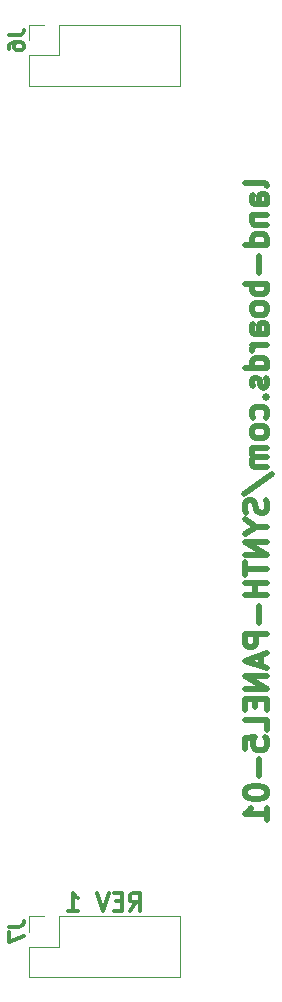
<source format=gbr>
%TF.GenerationSoftware,KiCad,Pcbnew,(6.0.1)*%
%TF.CreationDate,2022-09-28T06:53:29-04:00*%
%TF.ProjectId,SYNTH-PANEL5-01,53594e54-482d-4504-914e-454c352d3031,1*%
%TF.SameCoordinates,Original*%
%TF.FileFunction,Legend,Bot*%
%TF.FilePolarity,Positive*%
%FSLAX46Y46*%
G04 Gerber Fmt 4.6, Leading zero omitted, Abs format (unit mm)*
G04 Created by KiCad (PCBNEW (6.0.1)) date 2022-09-28 06:53:29*
%MOMM*%
%LPD*%
G01*
G04 APERTURE LIST*
%ADD10C,0.300000*%
%ADD11C,0.476250*%
%ADD12C,0.317500*%
%ADD13C,0.120000*%
G04 APERTURE END LIST*
D10*
X17222857Y-76678571D02*
X17722857Y-75964285D01*
X18080000Y-76678571D02*
X18080000Y-75178571D01*
X17508571Y-75178571D01*
X17365714Y-75250000D01*
X17294285Y-75321428D01*
X17222857Y-75464285D01*
X17222857Y-75678571D01*
X17294285Y-75821428D01*
X17365714Y-75892857D01*
X17508571Y-75964285D01*
X18080000Y-75964285D01*
X16580000Y-75892857D02*
X16080000Y-75892857D01*
X15865714Y-76678571D02*
X16580000Y-76678571D01*
X16580000Y-75178571D01*
X15865714Y-75178571D01*
X15437142Y-75178571D02*
X14937142Y-76678571D01*
X14437142Y-75178571D01*
X12008571Y-76678571D02*
X12865714Y-76678571D01*
X12437142Y-76678571D02*
X12437142Y-75178571D01*
X12580000Y-75392857D01*
X12722857Y-75535714D01*
X12865714Y-75607142D01*
D11*
X28861785Y-15329999D02*
X28771071Y-15148571D01*
X28589642Y-15057857D01*
X26956785Y-15057857D01*
X28861785Y-16872142D02*
X27863928Y-16872142D01*
X27682500Y-16781428D01*
X27591785Y-16599999D01*
X27591785Y-16237142D01*
X27682500Y-16055714D01*
X28771071Y-16872142D02*
X28861785Y-16690714D01*
X28861785Y-16237142D01*
X28771071Y-16055714D01*
X28589642Y-15964999D01*
X28408214Y-15964999D01*
X28226785Y-16055714D01*
X28136071Y-16237142D01*
X28136071Y-16690714D01*
X28045357Y-16872142D01*
X27591785Y-17779285D02*
X28861785Y-17779285D01*
X27773214Y-17779285D02*
X27682500Y-17869999D01*
X27591785Y-18051428D01*
X27591785Y-18323571D01*
X27682500Y-18504999D01*
X27863928Y-18595714D01*
X28861785Y-18595714D01*
X28861785Y-20319285D02*
X26956785Y-20319285D01*
X28771071Y-20319285D02*
X28861785Y-20137857D01*
X28861785Y-19774999D01*
X28771071Y-19593571D01*
X28680357Y-19502857D01*
X28498928Y-19412142D01*
X27954642Y-19412142D01*
X27773214Y-19502857D01*
X27682500Y-19593571D01*
X27591785Y-19774999D01*
X27591785Y-20137857D01*
X27682500Y-20319285D01*
X28136071Y-21226428D02*
X28136071Y-22677857D01*
X28861785Y-23584999D02*
X26956785Y-23584999D01*
X27682500Y-23584999D02*
X27591785Y-23766428D01*
X27591785Y-24129285D01*
X27682500Y-24310714D01*
X27773214Y-24401428D01*
X27954642Y-24492142D01*
X28498928Y-24492142D01*
X28680357Y-24401428D01*
X28771071Y-24310714D01*
X28861785Y-24129285D01*
X28861785Y-23766428D01*
X28771071Y-23584999D01*
X28861785Y-25580714D02*
X28771071Y-25399285D01*
X28680357Y-25308571D01*
X28498928Y-25217857D01*
X27954642Y-25217857D01*
X27773214Y-25308571D01*
X27682500Y-25399285D01*
X27591785Y-25580714D01*
X27591785Y-25852857D01*
X27682500Y-26034285D01*
X27773214Y-26124999D01*
X27954642Y-26215714D01*
X28498928Y-26215714D01*
X28680357Y-26124999D01*
X28771071Y-26034285D01*
X28861785Y-25852857D01*
X28861785Y-25580714D01*
X28861785Y-27848571D02*
X27863928Y-27848571D01*
X27682500Y-27757857D01*
X27591785Y-27576428D01*
X27591785Y-27213571D01*
X27682500Y-27032142D01*
X28771071Y-27848571D02*
X28861785Y-27667142D01*
X28861785Y-27213571D01*
X28771071Y-27032142D01*
X28589642Y-26941428D01*
X28408214Y-26941428D01*
X28226785Y-27032142D01*
X28136071Y-27213571D01*
X28136071Y-27667142D01*
X28045357Y-27848571D01*
X28861785Y-28755714D02*
X27591785Y-28755714D01*
X27954642Y-28755714D02*
X27773214Y-28846428D01*
X27682500Y-28937142D01*
X27591785Y-29118571D01*
X27591785Y-29299999D01*
X28861785Y-30751428D02*
X26956785Y-30751428D01*
X28771071Y-30751428D02*
X28861785Y-30569999D01*
X28861785Y-30207142D01*
X28771071Y-30025714D01*
X28680357Y-29934999D01*
X28498928Y-29844285D01*
X27954642Y-29844285D01*
X27773214Y-29934999D01*
X27682500Y-30025714D01*
X27591785Y-30207142D01*
X27591785Y-30569999D01*
X27682500Y-30751428D01*
X28771071Y-31567857D02*
X28861785Y-31749285D01*
X28861785Y-32112142D01*
X28771071Y-32293571D01*
X28589642Y-32384285D01*
X28498928Y-32384285D01*
X28317500Y-32293571D01*
X28226785Y-32112142D01*
X28226785Y-31839999D01*
X28136071Y-31658571D01*
X27954642Y-31567857D01*
X27863928Y-31567857D01*
X27682500Y-31658571D01*
X27591785Y-31839999D01*
X27591785Y-32112142D01*
X27682500Y-32293571D01*
X28680357Y-33200714D02*
X28771071Y-33291428D01*
X28861785Y-33200714D01*
X28771071Y-33109999D01*
X28680357Y-33200714D01*
X28861785Y-33200714D01*
X28771071Y-34924285D02*
X28861785Y-34742857D01*
X28861785Y-34379999D01*
X28771071Y-34198571D01*
X28680357Y-34107857D01*
X28498928Y-34017142D01*
X27954642Y-34017142D01*
X27773214Y-34107857D01*
X27682500Y-34198571D01*
X27591785Y-34379999D01*
X27591785Y-34742857D01*
X27682500Y-34924285D01*
X28861785Y-36012857D02*
X28771071Y-35831428D01*
X28680357Y-35740714D01*
X28498928Y-35649999D01*
X27954642Y-35649999D01*
X27773214Y-35740714D01*
X27682500Y-35831428D01*
X27591785Y-36012857D01*
X27591785Y-36284999D01*
X27682500Y-36466428D01*
X27773214Y-36557142D01*
X27954642Y-36647857D01*
X28498928Y-36647857D01*
X28680357Y-36557142D01*
X28771071Y-36466428D01*
X28861785Y-36284999D01*
X28861785Y-36012857D01*
X28861785Y-37464285D02*
X27591785Y-37464285D01*
X27773214Y-37464285D02*
X27682500Y-37554999D01*
X27591785Y-37736428D01*
X27591785Y-38008571D01*
X27682500Y-38189999D01*
X27863928Y-38280714D01*
X28861785Y-38280714D01*
X27863928Y-38280714D02*
X27682500Y-38371428D01*
X27591785Y-38552857D01*
X27591785Y-38824999D01*
X27682500Y-39006428D01*
X27863928Y-39097142D01*
X28861785Y-39097142D01*
X26866071Y-41364999D02*
X29315357Y-39732142D01*
X28771071Y-41909285D02*
X28861785Y-42181428D01*
X28861785Y-42634999D01*
X28771071Y-42816428D01*
X28680357Y-42907142D01*
X28498928Y-42997857D01*
X28317500Y-42997857D01*
X28136071Y-42907142D01*
X28045357Y-42816428D01*
X27954642Y-42634999D01*
X27863928Y-42272142D01*
X27773214Y-42090714D01*
X27682500Y-41999999D01*
X27501071Y-41909285D01*
X27319642Y-41909285D01*
X27138214Y-41999999D01*
X27047500Y-42090714D01*
X26956785Y-42272142D01*
X26956785Y-42725714D01*
X27047500Y-42997857D01*
X27954642Y-44177142D02*
X28861785Y-44177142D01*
X26956785Y-43542142D02*
X27954642Y-44177142D01*
X26956785Y-44812142D01*
X28861785Y-45447142D02*
X26956785Y-45447142D01*
X28861785Y-46535714D01*
X26956785Y-46535714D01*
X26956785Y-47170714D02*
X26956785Y-48259285D01*
X28861785Y-47714999D02*
X26956785Y-47714999D01*
X28861785Y-48894285D02*
X26956785Y-48894285D01*
X27863928Y-48894285D02*
X27863928Y-49982857D01*
X28861785Y-49982857D02*
X26956785Y-49982857D01*
X28136071Y-50889999D02*
X28136071Y-52341428D01*
X28861785Y-53248571D02*
X26956785Y-53248571D01*
X26956785Y-53974285D01*
X27047500Y-54155714D01*
X27138214Y-54246428D01*
X27319642Y-54337142D01*
X27591785Y-54337142D01*
X27773214Y-54246428D01*
X27863928Y-54155714D01*
X27954642Y-53974285D01*
X27954642Y-53248571D01*
X28317500Y-55062857D02*
X28317500Y-55969999D01*
X28861785Y-54881428D02*
X26956785Y-55516428D01*
X28861785Y-56151428D01*
X28861785Y-56786428D02*
X26956785Y-56786428D01*
X28861785Y-57874999D01*
X26956785Y-57874999D01*
X27863928Y-58782142D02*
X27863928Y-59417142D01*
X28861785Y-59689285D02*
X28861785Y-58782142D01*
X26956785Y-58782142D01*
X26956785Y-59689285D01*
X28861785Y-61412857D02*
X28861785Y-60505714D01*
X26956785Y-60505714D01*
X26956785Y-62954999D02*
X26956785Y-62047857D01*
X27863928Y-61957142D01*
X27773214Y-62047857D01*
X27682500Y-62229285D01*
X27682500Y-62682857D01*
X27773214Y-62864285D01*
X27863928Y-62954999D01*
X28045357Y-63045714D01*
X28498928Y-63045714D01*
X28680357Y-62954999D01*
X28771071Y-62864285D01*
X28861785Y-62682857D01*
X28861785Y-62229285D01*
X28771071Y-62047857D01*
X28680357Y-61957142D01*
X28136071Y-63862142D02*
X28136071Y-65313571D01*
X26956785Y-66583571D02*
X26956785Y-66764999D01*
X27047500Y-66946428D01*
X27138214Y-67037142D01*
X27319642Y-67127857D01*
X27682500Y-67218571D01*
X28136071Y-67218571D01*
X28498928Y-67127857D01*
X28680357Y-67037142D01*
X28771071Y-66946428D01*
X28861785Y-66764999D01*
X28861785Y-66583571D01*
X28771071Y-66402142D01*
X28680357Y-66311428D01*
X28498928Y-66220714D01*
X28136071Y-66129999D01*
X27682500Y-66129999D01*
X27319642Y-66220714D01*
X27138214Y-66311428D01*
X27047500Y-66402142D01*
X26956785Y-66583571D01*
X28861785Y-69032857D02*
X28861785Y-67944285D01*
X28861785Y-68488571D02*
X26956785Y-68488571D01*
X27228928Y-68307142D01*
X27410357Y-68125714D01*
X27501071Y-67944285D01*
D12*
%TO.C,J6*%
X6974523Y-2576666D02*
X7881666Y-2576666D01*
X8063095Y-2516190D01*
X8184047Y-2395238D01*
X8244523Y-2213809D01*
X8244523Y-2092857D01*
X6974523Y-3725714D02*
X6974523Y-3483809D01*
X7035000Y-3362857D01*
X7095476Y-3302380D01*
X7276904Y-3181428D01*
X7518809Y-3120952D01*
X8002619Y-3120952D01*
X8123571Y-3181428D01*
X8184047Y-3241904D01*
X8244523Y-3362857D01*
X8244523Y-3604761D01*
X8184047Y-3725714D01*
X8123571Y-3786190D01*
X8002619Y-3846666D01*
X7700238Y-3846666D01*
X7579285Y-3786190D01*
X7518809Y-3725714D01*
X7458333Y-3604761D01*
X7458333Y-3362857D01*
X7518809Y-3241904D01*
X7579285Y-3181428D01*
X7700238Y-3120952D01*
%TO.C,J7*%
X6974523Y-78036666D02*
X7881666Y-78036666D01*
X8063095Y-77976190D01*
X8184047Y-77855238D01*
X8244523Y-77673809D01*
X8244523Y-77552857D01*
X6974523Y-78520476D02*
X6974523Y-79367142D01*
X8244523Y-78822857D01*
D13*
%TO.C,J6*%
X11270000Y-1670000D02*
X21490000Y-1670000D01*
X8670000Y-4270000D02*
X8670000Y-6870000D01*
X11270000Y-4270000D02*
X8670000Y-4270000D01*
X8670000Y-6870000D02*
X21490000Y-6870000D01*
X21490000Y-1670000D02*
X21490000Y-6870000D01*
X11270000Y-1670000D02*
X11270000Y-4270000D01*
X8670000Y-1670000D02*
X8670000Y-3000000D01*
X10000000Y-1670000D02*
X8670000Y-1670000D01*
%TO.C,J7*%
X11270000Y-79730000D02*
X8670000Y-79730000D01*
X11270000Y-77130000D02*
X11270000Y-79730000D01*
X10000000Y-77130000D02*
X8670000Y-77130000D01*
X8670000Y-82330000D02*
X21490000Y-82330000D01*
X8670000Y-77130000D02*
X8670000Y-78460000D01*
X21490000Y-77130000D02*
X21490000Y-82330000D01*
X11270000Y-77130000D02*
X21490000Y-77130000D01*
X8670000Y-79730000D02*
X8670000Y-82330000D01*
%TD*%
M02*

</source>
